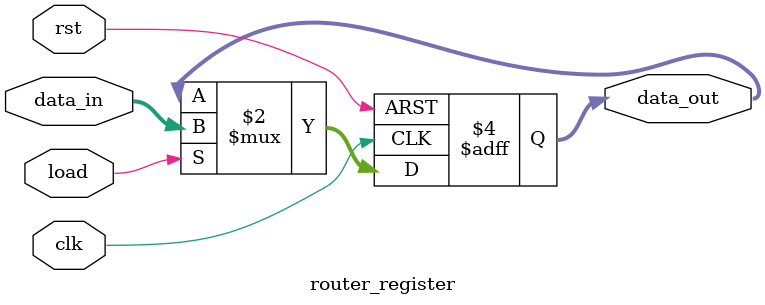
<source format=sv>
module router_register (
    input  logic        clk,
    input  logic        rst,
    input  logic [7:0]  data_in,
    input  logic        load,
    output logic [7:0]  data_out
);
    always_ff @(posedge clk or posedge rst) begin
        if (rst)
            data_out <= 8'b0;
        else if (load)
            data_out <= data_in;
    end
endmodule


</source>
